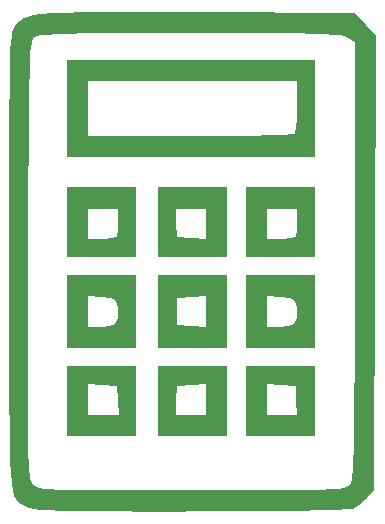
<source format=gbr>
%TF.GenerationSoftware,KiCad,Pcbnew,7.0.7*%
%TF.CreationDate,2023-10-16T17:52:53+02:00*%
%TF.ProjectId,arduino-nano-line-follower,61726475-696e-46f2-9d6e-616e6f2d6c69,0*%
%TF.SameCoordinates,Original*%
%TF.FileFunction,Legend,Bot*%
%TF.FilePolarity,Positive*%
%FSLAX46Y46*%
G04 Gerber Fmt 4.6, Leading zero omitted, Abs format (unit mm)*
G04 Created by KiCad (PCBNEW 7.0.7) date 2023-10-16 17:52:53*
%MOMM*%
%LPD*%
G01*
G04 APERTURE LIST*
G04 APERTURE END LIST*
%TO.C,G\u002A\u002A\u002A*%
G36*
X114062626Y-79280808D02*
G01*
X111112121Y-79280808D01*
X108161616Y-79280808D01*
X108161616Y-77484849D01*
X109957575Y-77484849D01*
X111254461Y-77484849D01*
X112551347Y-77484849D01*
X112473148Y-76266162D01*
X112394949Y-75047475D01*
X111176262Y-74969276D01*
X109957575Y-74891077D01*
X109957575Y-76187963D01*
X109957575Y-77484849D01*
X108161616Y-77484849D01*
X108161616Y-76330303D01*
X108161616Y-73379798D01*
X111112121Y-73379798D01*
X114062626Y-73379798D01*
X114062626Y-76330303D01*
X114062626Y-77484849D01*
X114062626Y-79280808D01*
G37*
G36*
X106622222Y-76330303D02*
G01*
X106622222Y-79280808D01*
X103671717Y-79280808D01*
X100721212Y-79280808D01*
X100721212Y-77484849D01*
X102232491Y-77484849D01*
X103529377Y-77484849D01*
X104826262Y-77484849D01*
X104826262Y-76187963D01*
X104826262Y-74891077D01*
X103607575Y-74969276D01*
X102388889Y-75047475D01*
X102310690Y-76266162D01*
X102232491Y-77484849D01*
X100721212Y-77484849D01*
X100721212Y-76330303D01*
X100721212Y-73379798D01*
X103671717Y-73379798D01*
X106622222Y-73379798D01*
X106622222Y-74891077D01*
X106622222Y-76330303D01*
G37*
G36*
X106622222Y-68761616D02*
G01*
X106622222Y-71840404D01*
X103671717Y-71840404D01*
X100721212Y-71840404D01*
X100721212Y-69916162D01*
X102388889Y-69916162D01*
X103607575Y-69994361D01*
X104826262Y-70072560D01*
X104826262Y-68761616D01*
X104826262Y-67450673D01*
X103607575Y-67528872D01*
X102388889Y-67607071D01*
X102388889Y-68761616D01*
X102388889Y-69916162D01*
X100721212Y-69916162D01*
X100721212Y-68761616D01*
X100721212Y-65682829D01*
X103671717Y-65682829D01*
X106622222Y-65682829D01*
X106622222Y-67450673D01*
X106622222Y-68761616D01*
G37*
G36*
X106622222Y-61192930D02*
G01*
X106622222Y-64143435D01*
X103671717Y-64143435D01*
X100721212Y-64143435D01*
X100721212Y-61192930D01*
X100721212Y-60038384D01*
X102232491Y-60038384D01*
X102310690Y-61257071D01*
X102388889Y-62475758D01*
X103607575Y-62553957D01*
X104826262Y-62632156D01*
X104826262Y-61335270D01*
X104826262Y-60038384D01*
X103529377Y-60038384D01*
X102232491Y-60038384D01*
X100721212Y-60038384D01*
X100721212Y-58242425D01*
X103671717Y-58242425D01*
X106622222Y-58242425D01*
X106622222Y-60038384D01*
X106622222Y-61192930D01*
G37*
G36*
X98925252Y-79280808D02*
G01*
X95974747Y-79280808D01*
X93024242Y-79280808D01*
X93024242Y-77484849D01*
X94820202Y-77484849D01*
X96117088Y-77484849D01*
X97413973Y-77484849D01*
X97335774Y-76266162D01*
X97257575Y-75047475D01*
X96038889Y-74969276D01*
X94820202Y-74891077D01*
X94820202Y-76187963D01*
X94820202Y-77484849D01*
X93024242Y-77484849D01*
X93024242Y-76330303D01*
X93024242Y-73379798D01*
X95974747Y-73379798D01*
X98925252Y-73379798D01*
X98925252Y-76330303D01*
X98925252Y-77484849D01*
X98925252Y-79280808D01*
G37*
G36*
X114062626Y-71840404D02*
G01*
X111112121Y-71840404D01*
X108161616Y-71840404D01*
X108161616Y-70044445D01*
X109957575Y-70044445D01*
X111120173Y-70044445D01*
X111744183Y-70013756D01*
X112282456Y-69813299D01*
X112496259Y-69332679D01*
X112477168Y-68465334D01*
X112432286Y-68098456D01*
X112284377Y-67753835D01*
X111914102Y-67598814D01*
X111176262Y-67528872D01*
X109957575Y-67450673D01*
X109957575Y-68747559D01*
X109957575Y-70044445D01*
X108161616Y-70044445D01*
X108161616Y-68761616D01*
X108161616Y-65682829D01*
X111112121Y-65682829D01*
X114062626Y-65682829D01*
X114062626Y-68761616D01*
X114062626Y-69332679D01*
X114062626Y-71840404D01*
G37*
G36*
X114062626Y-61192930D02*
G01*
X114062626Y-64143435D01*
X111112121Y-64143435D01*
X108161616Y-64143435D01*
X108161616Y-62604041D01*
X109957575Y-62604041D01*
X111069360Y-62604041D01*
X111356385Y-62598454D01*
X112010489Y-62538162D01*
X112352188Y-62432997D01*
X112395486Y-62353382D01*
X112486842Y-61870130D01*
X112523232Y-61150169D01*
X112523232Y-60038384D01*
X111240404Y-60038384D01*
X109957575Y-60038384D01*
X109957575Y-61321212D01*
X109957575Y-62604041D01*
X108161616Y-62604041D01*
X108161616Y-61192930D01*
X108161616Y-58242425D01*
X111112121Y-58242425D01*
X114062626Y-58242425D01*
X114062626Y-60038384D01*
X114062626Y-61192930D01*
G37*
G36*
X98925252Y-71840404D02*
G01*
X95974747Y-71840404D01*
X93024242Y-71840404D01*
X93024242Y-70044445D01*
X94820202Y-70044445D01*
X95982799Y-70044445D01*
X96606810Y-70013756D01*
X97145082Y-69813299D01*
X97358886Y-69332679D01*
X97339794Y-68465334D01*
X97294913Y-68098456D01*
X97147003Y-67753835D01*
X96776728Y-67598814D01*
X96038889Y-67528872D01*
X94820202Y-67450673D01*
X94820202Y-68747559D01*
X94820202Y-70044445D01*
X93024242Y-70044445D01*
X93024242Y-68761616D01*
X93024242Y-65682829D01*
X95974747Y-65682829D01*
X98925252Y-65682829D01*
X98925252Y-68761616D01*
X98925252Y-69332679D01*
X98925252Y-71840404D01*
G37*
G36*
X98925252Y-61192930D02*
G01*
X98925252Y-64143435D01*
X95974747Y-64143435D01*
X93024242Y-64143435D01*
X93024242Y-62604041D01*
X94820202Y-62604041D01*
X95931986Y-62604041D01*
X96219011Y-62598454D01*
X96873116Y-62538162D01*
X97214815Y-62432997D01*
X97258113Y-62353382D01*
X97349468Y-61870130D01*
X97385858Y-61150169D01*
X97385858Y-60038384D01*
X96103030Y-60038384D01*
X94820202Y-60038384D01*
X94820202Y-61321212D01*
X94820202Y-62604041D01*
X93024242Y-62604041D01*
X93024242Y-61192930D01*
X93024242Y-58242425D01*
X95974747Y-58242425D01*
X98925252Y-58242425D01*
X98925252Y-60038384D01*
X98925252Y-61192930D01*
G37*
G36*
X114062626Y-51571717D02*
G01*
X114062626Y-55676768D01*
X103543434Y-55676768D01*
X93024242Y-55676768D01*
X93024242Y-53880808D01*
X94820202Y-53880808D01*
X103500673Y-53880808D01*
X105046907Y-53878081D01*
X106991643Y-53866407D01*
X108726322Y-53846620D01*
X110190330Y-53819891D01*
X111323053Y-53787391D01*
X112063877Y-53750292D01*
X112352188Y-53709765D01*
X112379186Y-53655974D01*
X112452694Y-53198463D01*
X112503968Y-52402702D01*
X112523232Y-51400674D01*
X112523232Y-49262627D01*
X103671717Y-49262627D01*
X94820202Y-49262627D01*
X94820202Y-51571717D01*
X94820202Y-53880808D01*
X93024242Y-53880808D01*
X93024242Y-51571717D01*
X93024242Y-47466667D01*
X103543434Y-47466667D01*
X114062626Y-47466667D01*
X114062626Y-49262627D01*
X114062626Y-51571717D01*
G37*
G36*
X119134574Y-64637427D02*
G01*
X119065656Y-83857825D01*
X118424242Y-84547880D01*
X118376901Y-84597939D01*
X117793035Y-85118901D01*
X117269697Y-85450179D01*
X117219729Y-85462206D01*
X116732011Y-85503221D01*
X115796073Y-85541936D01*
X114462399Y-85577508D01*
X112781469Y-85609092D01*
X110803765Y-85635846D01*
X108579770Y-85656925D01*
X106159966Y-85671487D01*
X103594834Y-85678687D01*
X102554251Y-85679792D01*
X99710735Y-85680189D01*
X97324787Y-85675259D01*
X95354593Y-85663899D01*
X93758334Y-85645004D01*
X92494196Y-85617469D01*
X91520360Y-85580192D01*
X90795012Y-85532067D01*
X90276334Y-85471991D01*
X89922509Y-85398859D01*
X89691722Y-85311567D01*
X89637948Y-85284159D01*
X89361450Y-85150272D01*
X89121393Y-85022683D01*
X88915210Y-84866762D01*
X88740335Y-84647883D01*
X88594200Y-84331415D01*
X88474240Y-83882732D01*
X88377886Y-83267204D01*
X88302573Y-82450204D01*
X88245733Y-81397103D01*
X88204799Y-80073273D01*
X88177205Y-78444085D01*
X88160385Y-76474912D01*
X88153933Y-74719546D01*
X89717661Y-74719546D01*
X89718868Y-76724754D01*
X89726006Y-78378738D01*
X89739924Y-79717385D01*
X89761469Y-80776581D01*
X89791489Y-81592216D01*
X89830832Y-82200175D01*
X89880346Y-82636346D01*
X89940878Y-82936617D01*
X90013276Y-83136875D01*
X90098388Y-83273007D01*
X90197062Y-83380901D01*
X90326014Y-83496813D01*
X90490860Y-83594540D01*
X90734303Y-83675008D01*
X91099796Y-83739890D01*
X91630792Y-83790864D01*
X92370746Y-83829605D01*
X93363109Y-83857788D01*
X94651336Y-83877089D01*
X96278881Y-83889184D01*
X98289196Y-83895749D01*
X100725735Y-83898459D01*
X103631952Y-83898990D01*
X105332489Y-83898757D01*
X107975126Y-83896576D01*
X110171861Y-83890842D01*
X111965703Y-83880043D01*
X113399661Y-83862666D01*
X114516744Y-83837199D01*
X115359961Y-83802129D01*
X115972320Y-83755944D01*
X116396832Y-83697131D01*
X116676504Y-83624177D01*
X116854346Y-83535570D01*
X116973367Y-83429798D01*
X117000484Y-83396834D01*
X117078262Y-83252388D01*
X117145275Y-83018754D01*
X117202311Y-82660606D01*
X117250163Y-82142613D01*
X117289620Y-81429448D01*
X117321475Y-80485782D01*
X117346516Y-79276286D01*
X117365536Y-77765632D01*
X117379324Y-75918491D01*
X117388672Y-73699535D01*
X117394370Y-71073435D01*
X117397209Y-68004862D01*
X117397980Y-64458488D01*
X117397980Y-45956370D01*
X116827761Y-45556973D01*
X116750034Y-45510407D01*
X116520701Y-45426049D01*
X116162536Y-45356018D01*
X115632841Y-45299030D01*
X114888915Y-45253804D01*
X113888061Y-45219055D01*
X112587578Y-45193501D01*
X110944768Y-45175860D01*
X108916932Y-45164847D01*
X106461370Y-45159180D01*
X103535384Y-45157576D01*
X100889108Y-45159179D01*
X98347902Y-45165512D01*
X96243157Y-45177717D01*
X94534210Y-45196915D01*
X93180399Y-45224227D01*
X92141061Y-45260771D01*
X91375535Y-45307668D01*
X90843158Y-45366038D01*
X90503266Y-45437000D01*
X90315199Y-45521675D01*
X90287712Y-45542475D01*
X90196336Y-45633139D01*
X90117367Y-45774516D01*
X90049737Y-46002176D01*
X89992374Y-46351690D01*
X89944210Y-46858628D01*
X89904173Y-47558561D01*
X89871193Y-48487059D01*
X89844202Y-49679693D01*
X89822128Y-51172033D01*
X89803902Y-52999650D01*
X89788453Y-55198113D01*
X89774712Y-57802995D01*
X89761608Y-60849865D01*
X89748072Y-64374293D01*
X89741155Y-66237700D01*
X89729652Y-69511906D01*
X89721539Y-72327226D01*
X89717661Y-74719546D01*
X88153933Y-74719546D01*
X88151770Y-74131125D01*
X88148795Y-71378095D01*
X88148892Y-68181195D01*
X88149495Y-64505796D01*
X88149598Y-62235386D01*
X88150599Y-58928188D01*
X88153410Y-56077124D01*
X88158926Y-53646872D01*
X88168041Y-51602110D01*
X88181649Y-49907515D01*
X88200646Y-48527765D01*
X88225926Y-47427537D01*
X88258382Y-46571510D01*
X88298910Y-45924360D01*
X88348404Y-45450765D01*
X88407759Y-45115403D01*
X88477869Y-44882952D01*
X88559627Y-44718088D01*
X88653930Y-44585491D01*
X88843034Y-44352489D01*
X89068199Y-44122527D01*
X89341412Y-43930933D01*
X89704951Y-43774496D01*
X90201096Y-43650007D01*
X90872127Y-43554255D01*
X91760323Y-43484030D01*
X92907964Y-43436122D01*
X94357330Y-43407321D01*
X96150699Y-43394417D01*
X98330352Y-43394200D01*
X100938568Y-43403459D01*
X104017627Y-43418985D01*
X117437692Y-43489899D01*
X118320592Y-44453464D01*
X119203491Y-45417029D01*
X119135216Y-64458488D01*
X119134574Y-64637427D01*
G37*
%TD*%
M02*

</source>
